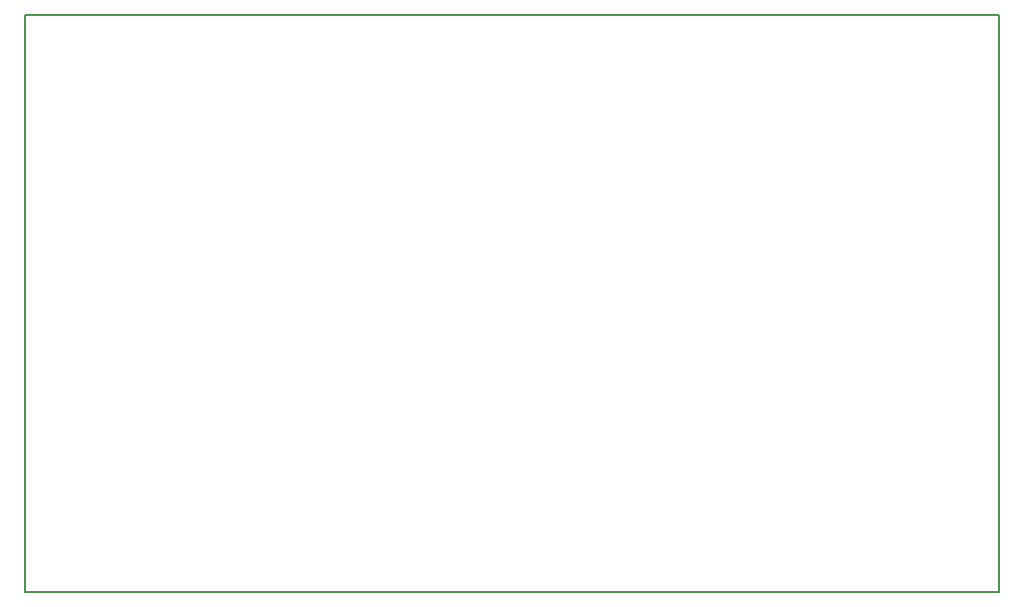
<source format=gbr>
G04 #@! TF.FileFunction,Profile,NP*
%FSLAX46Y46*%
G04 Gerber Fmt 4.6, Leading zero omitted, Abs format (unit mm)*
G04 Created by KiCad (PCBNEW 4.0.5) date Saturday, January 28, 2017 'PMt' 09:11:23 PM*
%MOMM*%
%LPD*%
G01*
G04 APERTURE LIST*
%ADD10C,0.100000*%
%ADD11C,0.150000*%
G04 APERTURE END LIST*
D10*
D11*
X49530000Y-128270000D02*
X49530000Y-79375000D01*
X132080000Y-128270000D02*
X49530000Y-128270000D01*
X132080000Y-79375000D02*
X132080000Y-128270000D01*
X49530000Y-79375000D02*
X132080000Y-79375000D01*
M02*

</source>
